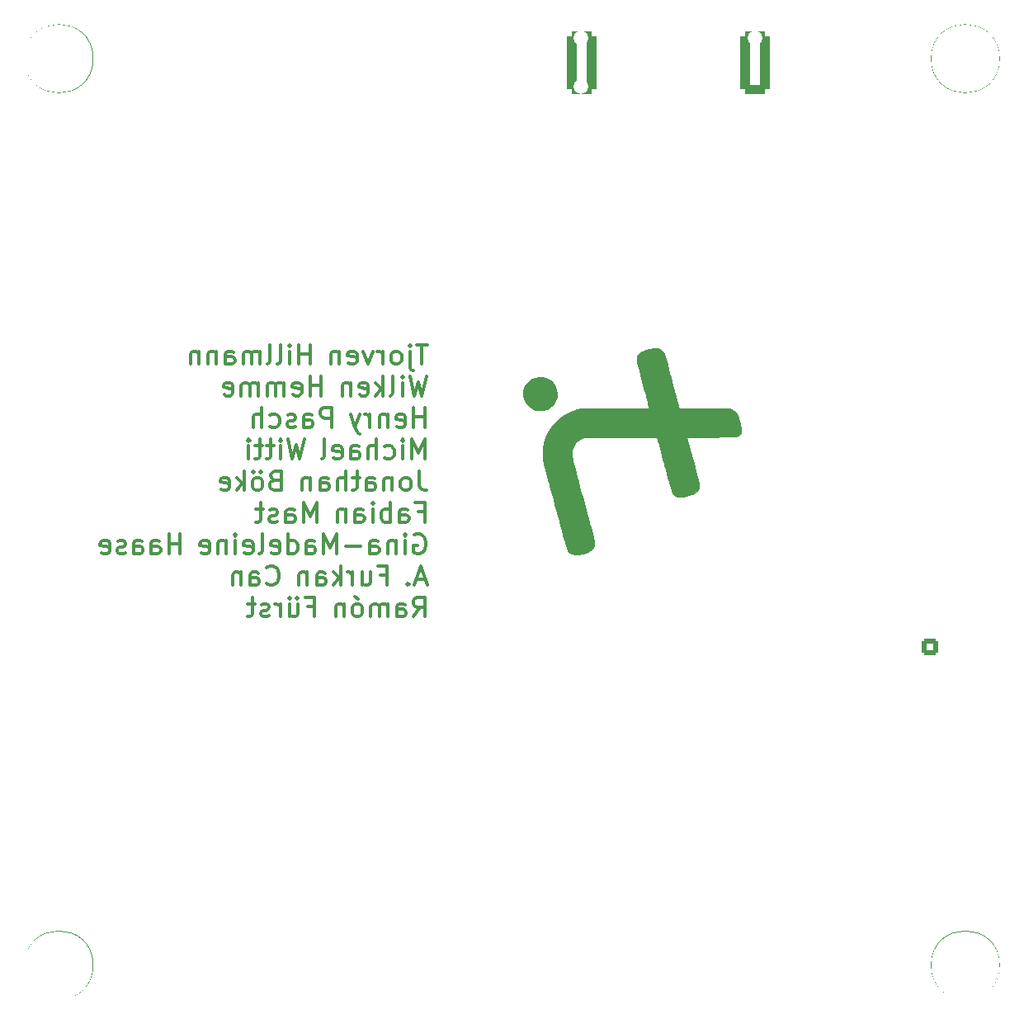
<source format=gbo>
G04 #@! TF.GenerationSoftware,KiCad,Pcbnew,(7.0.0)*
G04 #@! TF.CreationDate,2023-05-12T10:50:58+02:00*
G04 #@! TF.ProjectId,Cell_holder_board,43656c6c-5f68-46f6-9c64-65725f626f61,rev?*
G04 #@! TF.SameCoordinates,Original*
G04 #@! TF.FileFunction,Legend,Bot*
G04 #@! TF.FilePolarity,Positive*
%FSLAX46Y46*%
G04 Gerber Fmt 4.6, Leading zero omitted, Abs format (unit mm)*
G04 Created by KiCad (PCBNEW (7.0.0)) date 2023-05-12 10:50:58*
%MOMM*%
%LPD*%
G01*
G04 APERTURE LIST*
G04 Aperture macros list*
%AMRoundRect*
0 Rectangle with rounded corners*
0 $1 Rounding radius*
0 $2 $3 $4 $5 $6 $7 $8 $9 X,Y pos of 4 corners*
0 Add a 4 corners polygon primitive as box body*
4,1,4,$2,$3,$4,$5,$6,$7,$8,$9,$2,$3,0*
0 Add four circle primitives for the rounded corners*
1,1,$1+$1,$2,$3*
1,1,$1+$1,$4,$5*
1,1,$1+$1,$6,$7*
1,1,$1+$1,$8,$9*
0 Add four rect primitives between the rounded corners*
20,1,$1+$1,$2,$3,$4,$5,0*
20,1,$1+$1,$4,$5,$6,$7,0*
20,1,$1+$1,$6,$7,$8,$9,0*
20,1,$1+$1,$8,$9,$2,$3,0*%
G04 Aperture macros list end*
%ADD10C,0.300000*%
%ADD11C,0.100000*%
%ADD12C,0.010000*%
%ADD13R,1.600000X1.600000*%
%ADD14O,1.600000X1.600000*%
%ADD15C,1.600000*%
%ADD16C,7.000000*%
%ADD17R,2.000000X1.905000*%
%ADD18O,2.000000X1.905000*%
%ADD19R,3.000000X3.000000*%
%ADD20C,3.000000*%
%ADD21C,1.500000*%
%ADD22RoundRect,0.500000X1.000000X2.750000X-1.000000X2.750000X-1.000000X-2.750000X1.000000X-2.750000X0*%
%ADD23C,1.980000*%
%ADD24C,5.325000*%
%ADD25C,3.585000*%
%ADD26RoundRect,0.250000X-0.600000X-0.600000X0.600000X-0.600000X0.600000X0.600000X-0.600000X0.600000X0*%
%ADD27C,1.700000*%
G04 APERTURE END LIST*
D10*
X92809523Y-92344761D02*
X91666666Y-92344761D01*
X92238095Y-94344761D02*
X92238095Y-92344761D01*
X90999999Y-93011428D02*
X90999999Y-94725714D01*
X90999999Y-94725714D02*
X91095237Y-94916190D01*
X91095237Y-94916190D02*
X91285713Y-95011428D01*
X91285713Y-95011428D02*
X91380951Y-95011428D01*
X90999999Y-92344761D02*
X91095237Y-92440000D01*
X91095237Y-92440000D02*
X90999999Y-92535238D01*
X90999999Y-92535238D02*
X90904761Y-92440000D01*
X90904761Y-92440000D02*
X90999999Y-92344761D01*
X90999999Y-92344761D02*
X90999999Y-92535238D01*
X89761904Y-94344761D02*
X89952380Y-94249523D01*
X89952380Y-94249523D02*
X90047618Y-94154285D01*
X90047618Y-94154285D02*
X90142856Y-93963809D01*
X90142856Y-93963809D02*
X90142856Y-93392380D01*
X90142856Y-93392380D02*
X90047618Y-93201904D01*
X90047618Y-93201904D02*
X89952380Y-93106666D01*
X89952380Y-93106666D02*
X89761904Y-93011428D01*
X89761904Y-93011428D02*
X89476189Y-93011428D01*
X89476189Y-93011428D02*
X89285713Y-93106666D01*
X89285713Y-93106666D02*
X89190475Y-93201904D01*
X89190475Y-93201904D02*
X89095237Y-93392380D01*
X89095237Y-93392380D02*
X89095237Y-93963809D01*
X89095237Y-93963809D02*
X89190475Y-94154285D01*
X89190475Y-94154285D02*
X89285713Y-94249523D01*
X89285713Y-94249523D02*
X89476189Y-94344761D01*
X89476189Y-94344761D02*
X89761904Y-94344761D01*
X88238094Y-94344761D02*
X88238094Y-93011428D01*
X88238094Y-93392380D02*
X88142856Y-93201904D01*
X88142856Y-93201904D02*
X88047618Y-93106666D01*
X88047618Y-93106666D02*
X87857142Y-93011428D01*
X87857142Y-93011428D02*
X87666665Y-93011428D01*
X87190475Y-93011428D02*
X86714285Y-94344761D01*
X86714285Y-94344761D02*
X86238094Y-93011428D01*
X84714284Y-94249523D02*
X84904760Y-94344761D01*
X84904760Y-94344761D02*
X85285713Y-94344761D01*
X85285713Y-94344761D02*
X85476189Y-94249523D01*
X85476189Y-94249523D02*
X85571427Y-94059047D01*
X85571427Y-94059047D02*
X85571427Y-93297142D01*
X85571427Y-93297142D02*
X85476189Y-93106666D01*
X85476189Y-93106666D02*
X85285713Y-93011428D01*
X85285713Y-93011428D02*
X84904760Y-93011428D01*
X84904760Y-93011428D02*
X84714284Y-93106666D01*
X84714284Y-93106666D02*
X84619046Y-93297142D01*
X84619046Y-93297142D02*
X84619046Y-93487619D01*
X84619046Y-93487619D02*
X85571427Y-93678095D01*
X83761903Y-93011428D02*
X83761903Y-94344761D01*
X83761903Y-93201904D02*
X83666665Y-93106666D01*
X83666665Y-93106666D02*
X83476189Y-93011428D01*
X83476189Y-93011428D02*
X83190474Y-93011428D01*
X83190474Y-93011428D02*
X82999998Y-93106666D01*
X82999998Y-93106666D02*
X82904760Y-93297142D01*
X82904760Y-93297142D02*
X82904760Y-94344761D01*
X80752379Y-94344761D02*
X80752379Y-92344761D01*
X80752379Y-93297142D02*
X79609522Y-93297142D01*
X79609522Y-94344761D02*
X79609522Y-92344761D01*
X78657141Y-94344761D02*
X78657141Y-93011428D01*
X78657141Y-92344761D02*
X78752379Y-92440000D01*
X78752379Y-92440000D02*
X78657141Y-92535238D01*
X78657141Y-92535238D02*
X78561903Y-92440000D01*
X78561903Y-92440000D02*
X78657141Y-92344761D01*
X78657141Y-92344761D02*
X78657141Y-92535238D01*
X77419046Y-94344761D02*
X77609522Y-94249523D01*
X77609522Y-94249523D02*
X77704760Y-94059047D01*
X77704760Y-94059047D02*
X77704760Y-92344761D01*
X76371427Y-94344761D02*
X76561903Y-94249523D01*
X76561903Y-94249523D02*
X76657141Y-94059047D01*
X76657141Y-94059047D02*
X76657141Y-92344761D01*
X75609522Y-94344761D02*
X75609522Y-93011428D01*
X75609522Y-93201904D02*
X75514284Y-93106666D01*
X75514284Y-93106666D02*
X75323808Y-93011428D01*
X75323808Y-93011428D02*
X75038093Y-93011428D01*
X75038093Y-93011428D02*
X74847617Y-93106666D01*
X74847617Y-93106666D02*
X74752379Y-93297142D01*
X74752379Y-93297142D02*
X74752379Y-94344761D01*
X74752379Y-93297142D02*
X74657141Y-93106666D01*
X74657141Y-93106666D02*
X74466665Y-93011428D01*
X74466665Y-93011428D02*
X74180951Y-93011428D01*
X74180951Y-93011428D02*
X73990474Y-93106666D01*
X73990474Y-93106666D02*
X73895236Y-93297142D01*
X73895236Y-93297142D02*
X73895236Y-94344761D01*
X72085712Y-94344761D02*
X72085712Y-93297142D01*
X72085712Y-93297142D02*
X72180950Y-93106666D01*
X72180950Y-93106666D02*
X72371426Y-93011428D01*
X72371426Y-93011428D02*
X72752379Y-93011428D01*
X72752379Y-93011428D02*
X72942855Y-93106666D01*
X72085712Y-94249523D02*
X72276188Y-94344761D01*
X72276188Y-94344761D02*
X72752379Y-94344761D01*
X72752379Y-94344761D02*
X72942855Y-94249523D01*
X72942855Y-94249523D02*
X73038093Y-94059047D01*
X73038093Y-94059047D02*
X73038093Y-93868571D01*
X73038093Y-93868571D02*
X72942855Y-93678095D01*
X72942855Y-93678095D02*
X72752379Y-93582857D01*
X72752379Y-93582857D02*
X72276188Y-93582857D01*
X72276188Y-93582857D02*
X72085712Y-93487619D01*
X71133331Y-93011428D02*
X71133331Y-94344761D01*
X71133331Y-93201904D02*
X71038093Y-93106666D01*
X71038093Y-93106666D02*
X70847617Y-93011428D01*
X70847617Y-93011428D02*
X70561902Y-93011428D01*
X70561902Y-93011428D02*
X70371426Y-93106666D01*
X70371426Y-93106666D02*
X70276188Y-93297142D01*
X70276188Y-93297142D02*
X70276188Y-94344761D01*
X69323807Y-93011428D02*
X69323807Y-94344761D01*
X69323807Y-93201904D02*
X69228569Y-93106666D01*
X69228569Y-93106666D02*
X69038093Y-93011428D01*
X69038093Y-93011428D02*
X68752378Y-93011428D01*
X68752378Y-93011428D02*
X68561902Y-93106666D01*
X68561902Y-93106666D02*
X68466664Y-93297142D01*
X68466664Y-93297142D02*
X68466664Y-94344761D01*
X92714285Y-95584761D02*
X92238095Y-97584761D01*
X92238095Y-97584761D02*
X91857142Y-96156190D01*
X91857142Y-96156190D02*
X91476190Y-97584761D01*
X91476190Y-97584761D02*
X91000000Y-95584761D01*
X90238095Y-97584761D02*
X90238095Y-96251428D01*
X90238095Y-95584761D02*
X90333333Y-95680000D01*
X90333333Y-95680000D02*
X90238095Y-95775238D01*
X90238095Y-95775238D02*
X90142857Y-95680000D01*
X90142857Y-95680000D02*
X90238095Y-95584761D01*
X90238095Y-95584761D02*
X90238095Y-95775238D01*
X89000000Y-97584761D02*
X89190476Y-97489523D01*
X89190476Y-97489523D02*
X89285714Y-97299047D01*
X89285714Y-97299047D02*
X89285714Y-95584761D01*
X88238095Y-97584761D02*
X88238095Y-95584761D01*
X88047619Y-96822857D02*
X87476190Y-97584761D01*
X87476190Y-96251428D02*
X88238095Y-97013333D01*
X85857142Y-97489523D02*
X86047618Y-97584761D01*
X86047618Y-97584761D02*
X86428571Y-97584761D01*
X86428571Y-97584761D02*
X86619047Y-97489523D01*
X86619047Y-97489523D02*
X86714285Y-97299047D01*
X86714285Y-97299047D02*
X86714285Y-96537142D01*
X86714285Y-96537142D02*
X86619047Y-96346666D01*
X86619047Y-96346666D02*
X86428571Y-96251428D01*
X86428571Y-96251428D02*
X86047618Y-96251428D01*
X86047618Y-96251428D02*
X85857142Y-96346666D01*
X85857142Y-96346666D02*
X85761904Y-96537142D01*
X85761904Y-96537142D02*
X85761904Y-96727619D01*
X85761904Y-96727619D02*
X86714285Y-96918095D01*
X84904761Y-96251428D02*
X84904761Y-97584761D01*
X84904761Y-96441904D02*
X84809523Y-96346666D01*
X84809523Y-96346666D02*
X84619047Y-96251428D01*
X84619047Y-96251428D02*
X84333332Y-96251428D01*
X84333332Y-96251428D02*
X84142856Y-96346666D01*
X84142856Y-96346666D02*
X84047618Y-96537142D01*
X84047618Y-96537142D02*
X84047618Y-97584761D01*
X81895237Y-97584761D02*
X81895237Y-95584761D01*
X81895237Y-96537142D02*
X80752380Y-96537142D01*
X80752380Y-97584761D02*
X80752380Y-95584761D01*
X79038094Y-97489523D02*
X79228570Y-97584761D01*
X79228570Y-97584761D02*
X79609523Y-97584761D01*
X79609523Y-97584761D02*
X79799999Y-97489523D01*
X79799999Y-97489523D02*
X79895237Y-97299047D01*
X79895237Y-97299047D02*
X79895237Y-96537142D01*
X79895237Y-96537142D02*
X79799999Y-96346666D01*
X79799999Y-96346666D02*
X79609523Y-96251428D01*
X79609523Y-96251428D02*
X79228570Y-96251428D01*
X79228570Y-96251428D02*
X79038094Y-96346666D01*
X79038094Y-96346666D02*
X78942856Y-96537142D01*
X78942856Y-96537142D02*
X78942856Y-96727619D01*
X78942856Y-96727619D02*
X79895237Y-96918095D01*
X78085713Y-97584761D02*
X78085713Y-96251428D01*
X78085713Y-96441904D02*
X77990475Y-96346666D01*
X77990475Y-96346666D02*
X77799999Y-96251428D01*
X77799999Y-96251428D02*
X77514284Y-96251428D01*
X77514284Y-96251428D02*
X77323808Y-96346666D01*
X77323808Y-96346666D02*
X77228570Y-96537142D01*
X77228570Y-96537142D02*
X77228570Y-97584761D01*
X77228570Y-96537142D02*
X77133332Y-96346666D01*
X77133332Y-96346666D02*
X76942856Y-96251428D01*
X76942856Y-96251428D02*
X76657142Y-96251428D01*
X76657142Y-96251428D02*
X76466665Y-96346666D01*
X76466665Y-96346666D02*
X76371427Y-96537142D01*
X76371427Y-96537142D02*
X76371427Y-97584761D01*
X75419046Y-97584761D02*
X75419046Y-96251428D01*
X75419046Y-96441904D02*
X75323808Y-96346666D01*
X75323808Y-96346666D02*
X75133332Y-96251428D01*
X75133332Y-96251428D02*
X74847617Y-96251428D01*
X74847617Y-96251428D02*
X74657141Y-96346666D01*
X74657141Y-96346666D02*
X74561903Y-96537142D01*
X74561903Y-96537142D02*
X74561903Y-97584761D01*
X74561903Y-96537142D02*
X74466665Y-96346666D01*
X74466665Y-96346666D02*
X74276189Y-96251428D01*
X74276189Y-96251428D02*
X73990475Y-96251428D01*
X73990475Y-96251428D02*
X73799998Y-96346666D01*
X73799998Y-96346666D02*
X73704760Y-96537142D01*
X73704760Y-96537142D02*
X73704760Y-97584761D01*
X71990474Y-97489523D02*
X72180950Y-97584761D01*
X72180950Y-97584761D02*
X72561903Y-97584761D01*
X72561903Y-97584761D02*
X72752379Y-97489523D01*
X72752379Y-97489523D02*
X72847617Y-97299047D01*
X72847617Y-97299047D02*
X72847617Y-96537142D01*
X72847617Y-96537142D02*
X72752379Y-96346666D01*
X72752379Y-96346666D02*
X72561903Y-96251428D01*
X72561903Y-96251428D02*
X72180950Y-96251428D01*
X72180950Y-96251428D02*
X71990474Y-96346666D01*
X71990474Y-96346666D02*
X71895236Y-96537142D01*
X71895236Y-96537142D02*
X71895236Y-96727619D01*
X71895236Y-96727619D02*
X72847617Y-96918095D01*
X92523809Y-100824761D02*
X92523809Y-98824761D01*
X92523809Y-99777142D02*
X91380952Y-99777142D01*
X91380952Y-100824761D02*
X91380952Y-98824761D01*
X89666666Y-100729523D02*
X89857142Y-100824761D01*
X89857142Y-100824761D02*
X90238095Y-100824761D01*
X90238095Y-100824761D02*
X90428571Y-100729523D01*
X90428571Y-100729523D02*
X90523809Y-100539047D01*
X90523809Y-100539047D02*
X90523809Y-99777142D01*
X90523809Y-99777142D02*
X90428571Y-99586666D01*
X90428571Y-99586666D02*
X90238095Y-99491428D01*
X90238095Y-99491428D02*
X89857142Y-99491428D01*
X89857142Y-99491428D02*
X89666666Y-99586666D01*
X89666666Y-99586666D02*
X89571428Y-99777142D01*
X89571428Y-99777142D02*
X89571428Y-99967619D01*
X89571428Y-99967619D02*
X90523809Y-100158095D01*
X88714285Y-99491428D02*
X88714285Y-100824761D01*
X88714285Y-99681904D02*
X88619047Y-99586666D01*
X88619047Y-99586666D02*
X88428571Y-99491428D01*
X88428571Y-99491428D02*
X88142856Y-99491428D01*
X88142856Y-99491428D02*
X87952380Y-99586666D01*
X87952380Y-99586666D02*
X87857142Y-99777142D01*
X87857142Y-99777142D02*
X87857142Y-100824761D01*
X86904761Y-100824761D02*
X86904761Y-99491428D01*
X86904761Y-99872380D02*
X86809523Y-99681904D01*
X86809523Y-99681904D02*
X86714285Y-99586666D01*
X86714285Y-99586666D02*
X86523809Y-99491428D01*
X86523809Y-99491428D02*
X86333332Y-99491428D01*
X85857142Y-99491428D02*
X85380952Y-100824761D01*
X84904761Y-99491428D02*
X85380952Y-100824761D01*
X85380952Y-100824761D02*
X85571428Y-101300952D01*
X85571428Y-101300952D02*
X85666666Y-101396190D01*
X85666666Y-101396190D02*
X85857142Y-101491428D01*
X82942856Y-100824761D02*
X82942856Y-98824761D01*
X82942856Y-98824761D02*
X82180951Y-98824761D01*
X82180951Y-98824761D02*
X81990475Y-98920000D01*
X81990475Y-98920000D02*
X81895237Y-99015238D01*
X81895237Y-99015238D02*
X81799999Y-99205714D01*
X81799999Y-99205714D02*
X81799999Y-99491428D01*
X81799999Y-99491428D02*
X81895237Y-99681904D01*
X81895237Y-99681904D02*
X81990475Y-99777142D01*
X81990475Y-99777142D02*
X82180951Y-99872380D01*
X82180951Y-99872380D02*
X82942856Y-99872380D01*
X80085713Y-100824761D02*
X80085713Y-99777142D01*
X80085713Y-99777142D02*
X80180951Y-99586666D01*
X80180951Y-99586666D02*
X80371427Y-99491428D01*
X80371427Y-99491428D02*
X80752380Y-99491428D01*
X80752380Y-99491428D02*
X80942856Y-99586666D01*
X80085713Y-100729523D02*
X80276189Y-100824761D01*
X80276189Y-100824761D02*
X80752380Y-100824761D01*
X80752380Y-100824761D02*
X80942856Y-100729523D01*
X80942856Y-100729523D02*
X81038094Y-100539047D01*
X81038094Y-100539047D02*
X81038094Y-100348571D01*
X81038094Y-100348571D02*
X80942856Y-100158095D01*
X80942856Y-100158095D02*
X80752380Y-100062857D01*
X80752380Y-100062857D02*
X80276189Y-100062857D01*
X80276189Y-100062857D02*
X80085713Y-99967619D01*
X79228570Y-100729523D02*
X79038094Y-100824761D01*
X79038094Y-100824761D02*
X78657142Y-100824761D01*
X78657142Y-100824761D02*
X78466665Y-100729523D01*
X78466665Y-100729523D02*
X78371427Y-100539047D01*
X78371427Y-100539047D02*
X78371427Y-100443809D01*
X78371427Y-100443809D02*
X78466665Y-100253333D01*
X78466665Y-100253333D02*
X78657142Y-100158095D01*
X78657142Y-100158095D02*
X78942856Y-100158095D01*
X78942856Y-100158095D02*
X79133332Y-100062857D01*
X79133332Y-100062857D02*
X79228570Y-99872380D01*
X79228570Y-99872380D02*
X79228570Y-99777142D01*
X79228570Y-99777142D02*
X79133332Y-99586666D01*
X79133332Y-99586666D02*
X78942856Y-99491428D01*
X78942856Y-99491428D02*
X78657142Y-99491428D01*
X78657142Y-99491428D02*
X78466665Y-99586666D01*
X76657141Y-100729523D02*
X76847617Y-100824761D01*
X76847617Y-100824761D02*
X77228570Y-100824761D01*
X77228570Y-100824761D02*
X77419046Y-100729523D01*
X77419046Y-100729523D02*
X77514284Y-100634285D01*
X77514284Y-100634285D02*
X77609522Y-100443809D01*
X77609522Y-100443809D02*
X77609522Y-99872380D01*
X77609522Y-99872380D02*
X77514284Y-99681904D01*
X77514284Y-99681904D02*
X77419046Y-99586666D01*
X77419046Y-99586666D02*
X77228570Y-99491428D01*
X77228570Y-99491428D02*
X76847617Y-99491428D01*
X76847617Y-99491428D02*
X76657141Y-99586666D01*
X75799998Y-100824761D02*
X75799998Y-98824761D01*
X74942855Y-100824761D02*
X74942855Y-99777142D01*
X74942855Y-99777142D02*
X75038093Y-99586666D01*
X75038093Y-99586666D02*
X75228569Y-99491428D01*
X75228569Y-99491428D02*
X75514284Y-99491428D01*
X75514284Y-99491428D02*
X75704760Y-99586666D01*
X75704760Y-99586666D02*
X75799998Y-99681904D01*
X92523809Y-104064761D02*
X92523809Y-102064761D01*
X92523809Y-102064761D02*
X91857142Y-103493333D01*
X91857142Y-103493333D02*
X91190476Y-102064761D01*
X91190476Y-102064761D02*
X91190476Y-104064761D01*
X90238095Y-104064761D02*
X90238095Y-102731428D01*
X90238095Y-102064761D02*
X90333333Y-102160000D01*
X90333333Y-102160000D02*
X90238095Y-102255238D01*
X90238095Y-102255238D02*
X90142857Y-102160000D01*
X90142857Y-102160000D02*
X90238095Y-102064761D01*
X90238095Y-102064761D02*
X90238095Y-102255238D01*
X88428571Y-103969523D02*
X88619047Y-104064761D01*
X88619047Y-104064761D02*
X89000000Y-104064761D01*
X89000000Y-104064761D02*
X89190476Y-103969523D01*
X89190476Y-103969523D02*
X89285714Y-103874285D01*
X89285714Y-103874285D02*
X89380952Y-103683809D01*
X89380952Y-103683809D02*
X89380952Y-103112380D01*
X89380952Y-103112380D02*
X89285714Y-102921904D01*
X89285714Y-102921904D02*
X89190476Y-102826666D01*
X89190476Y-102826666D02*
X89000000Y-102731428D01*
X89000000Y-102731428D02*
X88619047Y-102731428D01*
X88619047Y-102731428D02*
X88428571Y-102826666D01*
X87571428Y-104064761D02*
X87571428Y-102064761D01*
X86714285Y-104064761D02*
X86714285Y-103017142D01*
X86714285Y-103017142D02*
X86809523Y-102826666D01*
X86809523Y-102826666D02*
X86999999Y-102731428D01*
X86999999Y-102731428D02*
X87285714Y-102731428D01*
X87285714Y-102731428D02*
X87476190Y-102826666D01*
X87476190Y-102826666D02*
X87571428Y-102921904D01*
X84904761Y-104064761D02*
X84904761Y-103017142D01*
X84904761Y-103017142D02*
X84999999Y-102826666D01*
X84999999Y-102826666D02*
X85190475Y-102731428D01*
X85190475Y-102731428D02*
X85571428Y-102731428D01*
X85571428Y-102731428D02*
X85761904Y-102826666D01*
X84904761Y-103969523D02*
X85095237Y-104064761D01*
X85095237Y-104064761D02*
X85571428Y-104064761D01*
X85571428Y-104064761D02*
X85761904Y-103969523D01*
X85761904Y-103969523D02*
X85857142Y-103779047D01*
X85857142Y-103779047D02*
X85857142Y-103588571D01*
X85857142Y-103588571D02*
X85761904Y-103398095D01*
X85761904Y-103398095D02*
X85571428Y-103302857D01*
X85571428Y-103302857D02*
X85095237Y-103302857D01*
X85095237Y-103302857D02*
X84904761Y-103207619D01*
X83190475Y-103969523D02*
X83380951Y-104064761D01*
X83380951Y-104064761D02*
X83761904Y-104064761D01*
X83761904Y-104064761D02*
X83952380Y-103969523D01*
X83952380Y-103969523D02*
X84047618Y-103779047D01*
X84047618Y-103779047D02*
X84047618Y-103017142D01*
X84047618Y-103017142D02*
X83952380Y-102826666D01*
X83952380Y-102826666D02*
X83761904Y-102731428D01*
X83761904Y-102731428D02*
X83380951Y-102731428D01*
X83380951Y-102731428D02*
X83190475Y-102826666D01*
X83190475Y-102826666D02*
X83095237Y-103017142D01*
X83095237Y-103017142D02*
X83095237Y-103207619D01*
X83095237Y-103207619D02*
X84047618Y-103398095D01*
X81952380Y-104064761D02*
X82142856Y-103969523D01*
X82142856Y-103969523D02*
X82238094Y-103779047D01*
X82238094Y-103779047D02*
X82238094Y-102064761D01*
X80180951Y-102064761D02*
X79704761Y-104064761D01*
X79704761Y-104064761D02*
X79323808Y-102636190D01*
X79323808Y-102636190D02*
X78942856Y-104064761D01*
X78942856Y-104064761D02*
X78466666Y-102064761D01*
X77704761Y-104064761D02*
X77704761Y-102731428D01*
X77704761Y-102064761D02*
X77799999Y-102160000D01*
X77799999Y-102160000D02*
X77704761Y-102255238D01*
X77704761Y-102255238D02*
X77609523Y-102160000D01*
X77609523Y-102160000D02*
X77704761Y-102064761D01*
X77704761Y-102064761D02*
X77704761Y-102255238D01*
X77038094Y-102731428D02*
X76276190Y-102731428D01*
X76752380Y-102064761D02*
X76752380Y-103779047D01*
X76752380Y-103779047D02*
X76657142Y-103969523D01*
X76657142Y-103969523D02*
X76466666Y-104064761D01*
X76466666Y-104064761D02*
X76276190Y-104064761D01*
X75895237Y-102731428D02*
X75133333Y-102731428D01*
X75609523Y-102064761D02*
X75609523Y-103779047D01*
X75609523Y-103779047D02*
X75514285Y-103969523D01*
X75514285Y-103969523D02*
X75323809Y-104064761D01*
X75323809Y-104064761D02*
X75133333Y-104064761D01*
X74466666Y-104064761D02*
X74466666Y-102731428D01*
X74466666Y-102064761D02*
X74561904Y-102160000D01*
X74561904Y-102160000D02*
X74466666Y-102255238D01*
X74466666Y-102255238D02*
X74371428Y-102160000D01*
X74371428Y-102160000D02*
X74466666Y-102064761D01*
X74466666Y-102064761D02*
X74466666Y-102255238D01*
X91952380Y-105304761D02*
X91952380Y-106733333D01*
X91952380Y-106733333D02*
X92047619Y-107019047D01*
X92047619Y-107019047D02*
X92238095Y-107209523D01*
X92238095Y-107209523D02*
X92523809Y-107304761D01*
X92523809Y-107304761D02*
X92714285Y-107304761D01*
X90714285Y-107304761D02*
X90904761Y-107209523D01*
X90904761Y-107209523D02*
X90999999Y-107114285D01*
X90999999Y-107114285D02*
X91095237Y-106923809D01*
X91095237Y-106923809D02*
X91095237Y-106352380D01*
X91095237Y-106352380D02*
X90999999Y-106161904D01*
X90999999Y-106161904D02*
X90904761Y-106066666D01*
X90904761Y-106066666D02*
X90714285Y-105971428D01*
X90714285Y-105971428D02*
X90428570Y-105971428D01*
X90428570Y-105971428D02*
X90238094Y-106066666D01*
X90238094Y-106066666D02*
X90142856Y-106161904D01*
X90142856Y-106161904D02*
X90047618Y-106352380D01*
X90047618Y-106352380D02*
X90047618Y-106923809D01*
X90047618Y-106923809D02*
X90142856Y-107114285D01*
X90142856Y-107114285D02*
X90238094Y-107209523D01*
X90238094Y-107209523D02*
X90428570Y-107304761D01*
X90428570Y-107304761D02*
X90714285Y-107304761D01*
X89190475Y-105971428D02*
X89190475Y-107304761D01*
X89190475Y-106161904D02*
X89095237Y-106066666D01*
X89095237Y-106066666D02*
X88904761Y-105971428D01*
X88904761Y-105971428D02*
X88619046Y-105971428D01*
X88619046Y-105971428D02*
X88428570Y-106066666D01*
X88428570Y-106066666D02*
X88333332Y-106257142D01*
X88333332Y-106257142D02*
X88333332Y-107304761D01*
X86523808Y-107304761D02*
X86523808Y-106257142D01*
X86523808Y-106257142D02*
X86619046Y-106066666D01*
X86619046Y-106066666D02*
X86809522Y-105971428D01*
X86809522Y-105971428D02*
X87190475Y-105971428D01*
X87190475Y-105971428D02*
X87380951Y-106066666D01*
X86523808Y-107209523D02*
X86714284Y-107304761D01*
X86714284Y-107304761D02*
X87190475Y-107304761D01*
X87190475Y-107304761D02*
X87380951Y-107209523D01*
X87380951Y-107209523D02*
X87476189Y-107019047D01*
X87476189Y-107019047D02*
X87476189Y-106828571D01*
X87476189Y-106828571D02*
X87380951Y-106638095D01*
X87380951Y-106638095D02*
X87190475Y-106542857D01*
X87190475Y-106542857D02*
X86714284Y-106542857D01*
X86714284Y-106542857D02*
X86523808Y-106447619D01*
X85857141Y-105971428D02*
X85095237Y-105971428D01*
X85571427Y-105304761D02*
X85571427Y-107019047D01*
X85571427Y-107019047D02*
X85476189Y-107209523D01*
X85476189Y-107209523D02*
X85285713Y-107304761D01*
X85285713Y-107304761D02*
X85095237Y-107304761D01*
X84428570Y-107304761D02*
X84428570Y-105304761D01*
X83571427Y-107304761D02*
X83571427Y-106257142D01*
X83571427Y-106257142D02*
X83666665Y-106066666D01*
X83666665Y-106066666D02*
X83857141Y-105971428D01*
X83857141Y-105971428D02*
X84142856Y-105971428D01*
X84142856Y-105971428D02*
X84333332Y-106066666D01*
X84333332Y-106066666D02*
X84428570Y-106161904D01*
X81761903Y-107304761D02*
X81761903Y-106257142D01*
X81761903Y-106257142D02*
X81857141Y-106066666D01*
X81857141Y-106066666D02*
X82047617Y-105971428D01*
X82047617Y-105971428D02*
X82428570Y-105971428D01*
X82428570Y-105971428D02*
X82619046Y-106066666D01*
X81761903Y-107209523D02*
X81952379Y-107304761D01*
X81952379Y-107304761D02*
X82428570Y-107304761D01*
X82428570Y-107304761D02*
X82619046Y-107209523D01*
X82619046Y-107209523D02*
X82714284Y-107019047D01*
X82714284Y-107019047D02*
X82714284Y-106828571D01*
X82714284Y-106828571D02*
X82619046Y-106638095D01*
X82619046Y-106638095D02*
X82428570Y-106542857D01*
X82428570Y-106542857D02*
X81952379Y-106542857D01*
X81952379Y-106542857D02*
X81761903Y-106447619D01*
X80809522Y-105971428D02*
X80809522Y-107304761D01*
X80809522Y-106161904D02*
X80714284Y-106066666D01*
X80714284Y-106066666D02*
X80523808Y-105971428D01*
X80523808Y-105971428D02*
X80238093Y-105971428D01*
X80238093Y-105971428D02*
X80047617Y-106066666D01*
X80047617Y-106066666D02*
X79952379Y-106257142D01*
X79952379Y-106257142D02*
X79952379Y-107304761D01*
X77133331Y-106257142D02*
X76847617Y-106352380D01*
X76847617Y-106352380D02*
X76752379Y-106447619D01*
X76752379Y-106447619D02*
X76657141Y-106638095D01*
X76657141Y-106638095D02*
X76657141Y-106923809D01*
X76657141Y-106923809D02*
X76752379Y-107114285D01*
X76752379Y-107114285D02*
X76847617Y-107209523D01*
X76847617Y-107209523D02*
X77038093Y-107304761D01*
X77038093Y-107304761D02*
X77799998Y-107304761D01*
X77799998Y-107304761D02*
X77799998Y-105304761D01*
X77799998Y-105304761D02*
X77133331Y-105304761D01*
X77133331Y-105304761D02*
X76942855Y-105400000D01*
X76942855Y-105400000D02*
X76847617Y-105495238D01*
X76847617Y-105495238D02*
X76752379Y-105685714D01*
X76752379Y-105685714D02*
X76752379Y-105876190D01*
X76752379Y-105876190D02*
X76847617Y-106066666D01*
X76847617Y-106066666D02*
X76942855Y-106161904D01*
X76942855Y-106161904D02*
X77133331Y-106257142D01*
X77133331Y-106257142D02*
X77799998Y-106257142D01*
X75514284Y-107304761D02*
X75704760Y-107209523D01*
X75704760Y-107209523D02*
X75799998Y-107114285D01*
X75799998Y-107114285D02*
X75895236Y-106923809D01*
X75895236Y-106923809D02*
X75895236Y-106352380D01*
X75895236Y-106352380D02*
X75799998Y-106161904D01*
X75799998Y-106161904D02*
X75704760Y-106066666D01*
X75704760Y-106066666D02*
X75514284Y-105971428D01*
X75514284Y-105971428D02*
X75228569Y-105971428D01*
X75228569Y-105971428D02*
X75038093Y-106066666D01*
X75038093Y-106066666D02*
X74942855Y-106161904D01*
X74942855Y-106161904D02*
X74847617Y-106352380D01*
X74847617Y-106352380D02*
X74847617Y-106923809D01*
X74847617Y-106923809D02*
X74942855Y-107114285D01*
X74942855Y-107114285D02*
X75038093Y-107209523D01*
X75038093Y-107209523D02*
X75228569Y-107304761D01*
X75228569Y-107304761D02*
X75514284Y-107304761D01*
X75704760Y-105304761D02*
X75609522Y-105400000D01*
X75609522Y-105400000D02*
X75704760Y-105495238D01*
X75704760Y-105495238D02*
X75799998Y-105400000D01*
X75799998Y-105400000D02*
X75704760Y-105304761D01*
X75704760Y-105304761D02*
X75704760Y-105495238D01*
X74942855Y-105304761D02*
X74847617Y-105400000D01*
X74847617Y-105400000D02*
X74942855Y-105495238D01*
X74942855Y-105495238D02*
X75038093Y-105400000D01*
X75038093Y-105400000D02*
X74942855Y-105304761D01*
X74942855Y-105304761D02*
X74942855Y-105495238D01*
X73990474Y-107304761D02*
X73990474Y-105304761D01*
X73799998Y-106542857D02*
X73228569Y-107304761D01*
X73228569Y-105971428D02*
X73990474Y-106733333D01*
X71609521Y-107209523D02*
X71799997Y-107304761D01*
X71799997Y-107304761D02*
X72180950Y-107304761D01*
X72180950Y-107304761D02*
X72371426Y-107209523D01*
X72371426Y-107209523D02*
X72466664Y-107019047D01*
X72466664Y-107019047D02*
X72466664Y-106257142D01*
X72466664Y-106257142D02*
X72371426Y-106066666D01*
X72371426Y-106066666D02*
X72180950Y-105971428D01*
X72180950Y-105971428D02*
X71799997Y-105971428D01*
X71799997Y-105971428D02*
X71609521Y-106066666D01*
X71609521Y-106066666D02*
X71514283Y-106257142D01*
X71514283Y-106257142D02*
X71514283Y-106447619D01*
X71514283Y-106447619D02*
X72466664Y-106638095D01*
X91857142Y-109497142D02*
X92523809Y-109497142D01*
X92523809Y-110544761D02*
X92523809Y-108544761D01*
X92523809Y-108544761D02*
X91571428Y-108544761D01*
X89952380Y-110544761D02*
X89952380Y-109497142D01*
X89952380Y-109497142D02*
X90047618Y-109306666D01*
X90047618Y-109306666D02*
X90238094Y-109211428D01*
X90238094Y-109211428D02*
X90619047Y-109211428D01*
X90619047Y-109211428D02*
X90809523Y-109306666D01*
X89952380Y-110449523D02*
X90142856Y-110544761D01*
X90142856Y-110544761D02*
X90619047Y-110544761D01*
X90619047Y-110544761D02*
X90809523Y-110449523D01*
X90809523Y-110449523D02*
X90904761Y-110259047D01*
X90904761Y-110259047D02*
X90904761Y-110068571D01*
X90904761Y-110068571D02*
X90809523Y-109878095D01*
X90809523Y-109878095D02*
X90619047Y-109782857D01*
X90619047Y-109782857D02*
X90142856Y-109782857D01*
X90142856Y-109782857D02*
X89952380Y-109687619D01*
X88999999Y-110544761D02*
X88999999Y-108544761D01*
X88999999Y-109306666D02*
X88809523Y-109211428D01*
X88809523Y-109211428D02*
X88428570Y-109211428D01*
X88428570Y-109211428D02*
X88238094Y-109306666D01*
X88238094Y-109306666D02*
X88142856Y-109401904D01*
X88142856Y-109401904D02*
X88047618Y-109592380D01*
X88047618Y-109592380D02*
X88047618Y-110163809D01*
X88047618Y-110163809D02*
X88142856Y-110354285D01*
X88142856Y-110354285D02*
X88238094Y-110449523D01*
X88238094Y-110449523D02*
X88428570Y-110544761D01*
X88428570Y-110544761D02*
X88809523Y-110544761D01*
X88809523Y-110544761D02*
X88999999Y-110449523D01*
X87190475Y-110544761D02*
X87190475Y-109211428D01*
X87190475Y-108544761D02*
X87285713Y-108640000D01*
X87285713Y-108640000D02*
X87190475Y-108735238D01*
X87190475Y-108735238D02*
X87095237Y-108640000D01*
X87095237Y-108640000D02*
X87190475Y-108544761D01*
X87190475Y-108544761D02*
X87190475Y-108735238D01*
X85380951Y-110544761D02*
X85380951Y-109497142D01*
X85380951Y-109497142D02*
X85476189Y-109306666D01*
X85476189Y-109306666D02*
X85666665Y-109211428D01*
X85666665Y-109211428D02*
X86047618Y-109211428D01*
X86047618Y-109211428D02*
X86238094Y-109306666D01*
X85380951Y-110449523D02*
X85571427Y-110544761D01*
X85571427Y-110544761D02*
X86047618Y-110544761D01*
X86047618Y-110544761D02*
X86238094Y-110449523D01*
X86238094Y-110449523D02*
X86333332Y-110259047D01*
X86333332Y-110259047D02*
X86333332Y-110068571D01*
X86333332Y-110068571D02*
X86238094Y-109878095D01*
X86238094Y-109878095D02*
X86047618Y-109782857D01*
X86047618Y-109782857D02*
X85571427Y-109782857D01*
X85571427Y-109782857D02*
X85380951Y-109687619D01*
X84428570Y-109211428D02*
X84428570Y-110544761D01*
X84428570Y-109401904D02*
X84333332Y-109306666D01*
X84333332Y-109306666D02*
X84142856Y-109211428D01*
X84142856Y-109211428D02*
X83857141Y-109211428D01*
X83857141Y-109211428D02*
X83666665Y-109306666D01*
X83666665Y-109306666D02*
X83571427Y-109497142D01*
X83571427Y-109497142D02*
X83571427Y-110544761D01*
X81419046Y-110544761D02*
X81419046Y-108544761D01*
X81419046Y-108544761D02*
X80752379Y-109973333D01*
X80752379Y-109973333D02*
X80085713Y-108544761D01*
X80085713Y-108544761D02*
X80085713Y-110544761D01*
X78276189Y-110544761D02*
X78276189Y-109497142D01*
X78276189Y-109497142D02*
X78371427Y-109306666D01*
X78371427Y-109306666D02*
X78561903Y-109211428D01*
X78561903Y-109211428D02*
X78942856Y-109211428D01*
X78942856Y-109211428D02*
X79133332Y-109306666D01*
X78276189Y-110449523D02*
X78466665Y-110544761D01*
X78466665Y-110544761D02*
X78942856Y-110544761D01*
X78942856Y-110544761D02*
X79133332Y-110449523D01*
X79133332Y-110449523D02*
X79228570Y-110259047D01*
X79228570Y-110259047D02*
X79228570Y-110068571D01*
X79228570Y-110068571D02*
X79133332Y-109878095D01*
X79133332Y-109878095D02*
X78942856Y-109782857D01*
X78942856Y-109782857D02*
X78466665Y-109782857D01*
X78466665Y-109782857D02*
X78276189Y-109687619D01*
X77419046Y-110449523D02*
X77228570Y-110544761D01*
X77228570Y-110544761D02*
X76847618Y-110544761D01*
X76847618Y-110544761D02*
X76657141Y-110449523D01*
X76657141Y-110449523D02*
X76561903Y-110259047D01*
X76561903Y-110259047D02*
X76561903Y-110163809D01*
X76561903Y-110163809D02*
X76657141Y-109973333D01*
X76657141Y-109973333D02*
X76847618Y-109878095D01*
X76847618Y-109878095D02*
X77133332Y-109878095D01*
X77133332Y-109878095D02*
X77323808Y-109782857D01*
X77323808Y-109782857D02*
X77419046Y-109592380D01*
X77419046Y-109592380D02*
X77419046Y-109497142D01*
X77419046Y-109497142D02*
X77323808Y-109306666D01*
X77323808Y-109306666D02*
X77133332Y-109211428D01*
X77133332Y-109211428D02*
X76847618Y-109211428D01*
X76847618Y-109211428D02*
X76657141Y-109306666D01*
X75990474Y-109211428D02*
X75228570Y-109211428D01*
X75704760Y-108544761D02*
X75704760Y-110259047D01*
X75704760Y-110259047D02*
X75609522Y-110449523D01*
X75609522Y-110449523D02*
X75419046Y-110544761D01*
X75419046Y-110544761D02*
X75228570Y-110544761D01*
X91476190Y-111880000D02*
X91666666Y-111784761D01*
X91666666Y-111784761D02*
X91952380Y-111784761D01*
X91952380Y-111784761D02*
X92238095Y-111880000D01*
X92238095Y-111880000D02*
X92428571Y-112070476D01*
X92428571Y-112070476D02*
X92523809Y-112260952D01*
X92523809Y-112260952D02*
X92619047Y-112641904D01*
X92619047Y-112641904D02*
X92619047Y-112927619D01*
X92619047Y-112927619D02*
X92523809Y-113308571D01*
X92523809Y-113308571D02*
X92428571Y-113499047D01*
X92428571Y-113499047D02*
X92238095Y-113689523D01*
X92238095Y-113689523D02*
X91952380Y-113784761D01*
X91952380Y-113784761D02*
X91761904Y-113784761D01*
X91761904Y-113784761D02*
X91476190Y-113689523D01*
X91476190Y-113689523D02*
X91380952Y-113594285D01*
X91380952Y-113594285D02*
X91380952Y-112927619D01*
X91380952Y-112927619D02*
X91761904Y-112927619D01*
X90523809Y-113784761D02*
X90523809Y-112451428D01*
X90523809Y-111784761D02*
X90619047Y-111880000D01*
X90619047Y-111880000D02*
X90523809Y-111975238D01*
X90523809Y-111975238D02*
X90428571Y-111880000D01*
X90428571Y-111880000D02*
X90523809Y-111784761D01*
X90523809Y-111784761D02*
X90523809Y-111975238D01*
X89571428Y-112451428D02*
X89571428Y-113784761D01*
X89571428Y-112641904D02*
X89476190Y-112546666D01*
X89476190Y-112546666D02*
X89285714Y-112451428D01*
X89285714Y-112451428D02*
X88999999Y-112451428D01*
X88999999Y-112451428D02*
X88809523Y-112546666D01*
X88809523Y-112546666D02*
X88714285Y-112737142D01*
X88714285Y-112737142D02*
X88714285Y-113784761D01*
X86904761Y-113784761D02*
X86904761Y-112737142D01*
X86904761Y-112737142D02*
X86999999Y-112546666D01*
X86999999Y-112546666D02*
X87190475Y-112451428D01*
X87190475Y-112451428D02*
X87571428Y-112451428D01*
X87571428Y-112451428D02*
X87761904Y-112546666D01*
X86904761Y-113689523D02*
X87095237Y-113784761D01*
X87095237Y-113784761D02*
X87571428Y-113784761D01*
X87571428Y-113784761D02*
X87761904Y-113689523D01*
X87761904Y-113689523D02*
X87857142Y-113499047D01*
X87857142Y-113499047D02*
X87857142Y-113308571D01*
X87857142Y-113308571D02*
X87761904Y-113118095D01*
X87761904Y-113118095D02*
X87571428Y-113022857D01*
X87571428Y-113022857D02*
X87095237Y-113022857D01*
X87095237Y-113022857D02*
X86904761Y-112927619D01*
X85952380Y-113022857D02*
X84428571Y-113022857D01*
X83476190Y-113784761D02*
X83476190Y-111784761D01*
X83476190Y-111784761D02*
X82809523Y-113213333D01*
X82809523Y-113213333D02*
X82142857Y-111784761D01*
X82142857Y-111784761D02*
X82142857Y-113784761D01*
X80333333Y-113784761D02*
X80333333Y-112737142D01*
X80333333Y-112737142D02*
X80428571Y-112546666D01*
X80428571Y-112546666D02*
X80619047Y-112451428D01*
X80619047Y-112451428D02*
X81000000Y-112451428D01*
X81000000Y-112451428D02*
X81190476Y-112546666D01*
X80333333Y-113689523D02*
X80523809Y-113784761D01*
X80523809Y-113784761D02*
X81000000Y-113784761D01*
X81000000Y-113784761D02*
X81190476Y-113689523D01*
X81190476Y-113689523D02*
X81285714Y-113499047D01*
X81285714Y-113499047D02*
X81285714Y-113308571D01*
X81285714Y-113308571D02*
X81190476Y-113118095D01*
X81190476Y-113118095D02*
X81000000Y-113022857D01*
X81000000Y-113022857D02*
X80523809Y-113022857D01*
X80523809Y-113022857D02*
X80333333Y-112927619D01*
X78523809Y-113784761D02*
X78523809Y-111784761D01*
X78523809Y-113689523D02*
X78714285Y-113784761D01*
X78714285Y-113784761D02*
X79095238Y-113784761D01*
X79095238Y-113784761D02*
X79285714Y-113689523D01*
X79285714Y-113689523D02*
X79380952Y-113594285D01*
X79380952Y-113594285D02*
X79476190Y-113403809D01*
X79476190Y-113403809D02*
X79476190Y-112832380D01*
X79476190Y-112832380D02*
X79380952Y-112641904D01*
X79380952Y-112641904D02*
X79285714Y-112546666D01*
X79285714Y-112546666D02*
X79095238Y-112451428D01*
X79095238Y-112451428D02*
X78714285Y-112451428D01*
X78714285Y-112451428D02*
X78523809Y-112546666D01*
X76809523Y-113689523D02*
X76999999Y-113784761D01*
X76999999Y-113784761D02*
X77380952Y-113784761D01*
X77380952Y-113784761D02*
X77571428Y-113689523D01*
X77571428Y-113689523D02*
X77666666Y-113499047D01*
X77666666Y-113499047D02*
X77666666Y-112737142D01*
X77666666Y-112737142D02*
X77571428Y-112546666D01*
X77571428Y-112546666D02*
X77380952Y-112451428D01*
X77380952Y-112451428D02*
X76999999Y-112451428D01*
X76999999Y-112451428D02*
X76809523Y-112546666D01*
X76809523Y-112546666D02*
X76714285Y-112737142D01*
X76714285Y-112737142D02*
X76714285Y-112927619D01*
X76714285Y-112927619D02*
X77666666Y-113118095D01*
X75571428Y-113784761D02*
X75761904Y-113689523D01*
X75761904Y-113689523D02*
X75857142Y-113499047D01*
X75857142Y-113499047D02*
X75857142Y-111784761D01*
X74047618Y-113689523D02*
X74238094Y-113784761D01*
X74238094Y-113784761D02*
X74619047Y-113784761D01*
X74619047Y-113784761D02*
X74809523Y-113689523D01*
X74809523Y-113689523D02*
X74904761Y-113499047D01*
X74904761Y-113499047D02*
X74904761Y-112737142D01*
X74904761Y-112737142D02*
X74809523Y-112546666D01*
X74809523Y-112546666D02*
X74619047Y-112451428D01*
X74619047Y-112451428D02*
X74238094Y-112451428D01*
X74238094Y-112451428D02*
X74047618Y-112546666D01*
X74047618Y-112546666D02*
X73952380Y-112737142D01*
X73952380Y-112737142D02*
X73952380Y-112927619D01*
X73952380Y-112927619D02*
X74904761Y-113118095D01*
X73095237Y-113784761D02*
X73095237Y-112451428D01*
X73095237Y-111784761D02*
X73190475Y-111880000D01*
X73190475Y-111880000D02*
X73095237Y-111975238D01*
X73095237Y-111975238D02*
X72999999Y-111880000D01*
X72999999Y-111880000D02*
X73095237Y-111784761D01*
X73095237Y-111784761D02*
X73095237Y-111975238D01*
X72142856Y-112451428D02*
X72142856Y-113784761D01*
X72142856Y-112641904D02*
X72047618Y-112546666D01*
X72047618Y-112546666D02*
X71857142Y-112451428D01*
X71857142Y-112451428D02*
X71571427Y-112451428D01*
X71571427Y-112451428D02*
X71380951Y-112546666D01*
X71380951Y-112546666D02*
X71285713Y-112737142D01*
X71285713Y-112737142D02*
X71285713Y-113784761D01*
X69571427Y-113689523D02*
X69761903Y-113784761D01*
X69761903Y-113784761D02*
X70142856Y-113784761D01*
X70142856Y-113784761D02*
X70333332Y-113689523D01*
X70333332Y-113689523D02*
X70428570Y-113499047D01*
X70428570Y-113499047D02*
X70428570Y-112737142D01*
X70428570Y-112737142D02*
X70333332Y-112546666D01*
X70333332Y-112546666D02*
X70142856Y-112451428D01*
X70142856Y-112451428D02*
X69761903Y-112451428D01*
X69761903Y-112451428D02*
X69571427Y-112546666D01*
X69571427Y-112546666D02*
X69476189Y-112737142D01*
X69476189Y-112737142D02*
X69476189Y-112927619D01*
X69476189Y-112927619D02*
X70428570Y-113118095D01*
X67419046Y-113784761D02*
X67419046Y-111784761D01*
X67419046Y-112737142D02*
X66276189Y-112737142D01*
X66276189Y-113784761D02*
X66276189Y-111784761D01*
X64466665Y-113784761D02*
X64466665Y-112737142D01*
X64466665Y-112737142D02*
X64561903Y-112546666D01*
X64561903Y-112546666D02*
X64752379Y-112451428D01*
X64752379Y-112451428D02*
X65133332Y-112451428D01*
X65133332Y-112451428D02*
X65323808Y-112546666D01*
X64466665Y-113689523D02*
X64657141Y-113784761D01*
X64657141Y-113784761D02*
X65133332Y-113784761D01*
X65133332Y-113784761D02*
X65323808Y-113689523D01*
X65323808Y-113689523D02*
X65419046Y-113499047D01*
X65419046Y-113499047D02*
X65419046Y-113308571D01*
X65419046Y-113308571D02*
X65323808Y-113118095D01*
X65323808Y-113118095D02*
X65133332Y-113022857D01*
X65133332Y-113022857D02*
X64657141Y-113022857D01*
X64657141Y-113022857D02*
X64466665Y-112927619D01*
X62657141Y-113784761D02*
X62657141Y-112737142D01*
X62657141Y-112737142D02*
X62752379Y-112546666D01*
X62752379Y-112546666D02*
X62942855Y-112451428D01*
X62942855Y-112451428D02*
X63323808Y-112451428D01*
X63323808Y-112451428D02*
X63514284Y-112546666D01*
X62657141Y-113689523D02*
X62847617Y-113784761D01*
X62847617Y-113784761D02*
X63323808Y-113784761D01*
X63323808Y-113784761D02*
X63514284Y-113689523D01*
X63514284Y-113689523D02*
X63609522Y-113499047D01*
X63609522Y-113499047D02*
X63609522Y-113308571D01*
X63609522Y-113308571D02*
X63514284Y-113118095D01*
X63514284Y-113118095D02*
X63323808Y-113022857D01*
X63323808Y-113022857D02*
X62847617Y-113022857D01*
X62847617Y-113022857D02*
X62657141Y-112927619D01*
X61799998Y-113689523D02*
X61609522Y-113784761D01*
X61609522Y-113784761D02*
X61228570Y-113784761D01*
X61228570Y-113784761D02*
X61038093Y-113689523D01*
X61038093Y-113689523D02*
X60942855Y-113499047D01*
X60942855Y-113499047D02*
X60942855Y-113403809D01*
X60942855Y-113403809D02*
X61038093Y-113213333D01*
X61038093Y-113213333D02*
X61228570Y-113118095D01*
X61228570Y-113118095D02*
X61514284Y-113118095D01*
X61514284Y-113118095D02*
X61704760Y-113022857D01*
X61704760Y-113022857D02*
X61799998Y-112832380D01*
X61799998Y-112832380D02*
X61799998Y-112737142D01*
X61799998Y-112737142D02*
X61704760Y-112546666D01*
X61704760Y-112546666D02*
X61514284Y-112451428D01*
X61514284Y-112451428D02*
X61228570Y-112451428D01*
X61228570Y-112451428D02*
X61038093Y-112546666D01*
X59323807Y-113689523D02*
X59514283Y-113784761D01*
X59514283Y-113784761D02*
X59895236Y-113784761D01*
X59895236Y-113784761D02*
X60085712Y-113689523D01*
X60085712Y-113689523D02*
X60180950Y-113499047D01*
X60180950Y-113499047D02*
X60180950Y-112737142D01*
X60180950Y-112737142D02*
X60085712Y-112546666D01*
X60085712Y-112546666D02*
X59895236Y-112451428D01*
X59895236Y-112451428D02*
X59514283Y-112451428D01*
X59514283Y-112451428D02*
X59323807Y-112546666D01*
X59323807Y-112546666D02*
X59228569Y-112737142D01*
X59228569Y-112737142D02*
X59228569Y-112927619D01*
X59228569Y-112927619D02*
X60180950Y-113118095D01*
X92619047Y-116453333D02*
X91666666Y-116453333D01*
X92809523Y-117024761D02*
X92142857Y-115024761D01*
X92142857Y-115024761D02*
X91476190Y-117024761D01*
X90809523Y-116834285D02*
X90714285Y-116929523D01*
X90714285Y-116929523D02*
X90809523Y-117024761D01*
X90809523Y-117024761D02*
X90904761Y-116929523D01*
X90904761Y-116929523D02*
X90809523Y-116834285D01*
X90809523Y-116834285D02*
X90809523Y-117024761D01*
X87990475Y-115977142D02*
X88657142Y-115977142D01*
X88657142Y-117024761D02*
X88657142Y-115024761D01*
X88657142Y-115024761D02*
X87704761Y-115024761D01*
X86085713Y-115691428D02*
X86085713Y-117024761D01*
X86942856Y-115691428D02*
X86942856Y-116739047D01*
X86942856Y-116739047D02*
X86847618Y-116929523D01*
X86847618Y-116929523D02*
X86657142Y-117024761D01*
X86657142Y-117024761D02*
X86371427Y-117024761D01*
X86371427Y-117024761D02*
X86180951Y-116929523D01*
X86180951Y-116929523D02*
X86085713Y-116834285D01*
X85133332Y-117024761D02*
X85133332Y-115691428D01*
X85133332Y-116072380D02*
X85038094Y-115881904D01*
X85038094Y-115881904D02*
X84942856Y-115786666D01*
X84942856Y-115786666D02*
X84752380Y-115691428D01*
X84752380Y-115691428D02*
X84561903Y-115691428D01*
X83895237Y-117024761D02*
X83895237Y-115024761D01*
X83704761Y-116262857D02*
X83133332Y-117024761D01*
X83133332Y-115691428D02*
X83895237Y-116453333D01*
X81419046Y-117024761D02*
X81419046Y-115977142D01*
X81419046Y-115977142D02*
X81514284Y-115786666D01*
X81514284Y-115786666D02*
X81704760Y-115691428D01*
X81704760Y-115691428D02*
X82085713Y-115691428D01*
X82085713Y-115691428D02*
X82276189Y-115786666D01*
X81419046Y-116929523D02*
X81609522Y-117024761D01*
X81609522Y-117024761D02*
X82085713Y-117024761D01*
X82085713Y-117024761D02*
X82276189Y-116929523D01*
X82276189Y-116929523D02*
X82371427Y-116739047D01*
X82371427Y-116739047D02*
X82371427Y-116548571D01*
X82371427Y-116548571D02*
X82276189Y-116358095D01*
X82276189Y-116358095D02*
X82085713Y-116262857D01*
X82085713Y-116262857D02*
X81609522Y-116262857D01*
X81609522Y-116262857D02*
X81419046Y-116167619D01*
X80466665Y-115691428D02*
X80466665Y-117024761D01*
X80466665Y-115881904D02*
X80371427Y-115786666D01*
X80371427Y-115786666D02*
X80180951Y-115691428D01*
X80180951Y-115691428D02*
X79895236Y-115691428D01*
X79895236Y-115691428D02*
X79704760Y-115786666D01*
X79704760Y-115786666D02*
X79609522Y-115977142D01*
X79609522Y-115977142D02*
X79609522Y-117024761D01*
X76314284Y-116834285D02*
X76409522Y-116929523D01*
X76409522Y-116929523D02*
X76695236Y-117024761D01*
X76695236Y-117024761D02*
X76885712Y-117024761D01*
X76885712Y-117024761D02*
X77171427Y-116929523D01*
X77171427Y-116929523D02*
X77361903Y-116739047D01*
X77361903Y-116739047D02*
X77457141Y-116548571D01*
X77457141Y-116548571D02*
X77552379Y-116167619D01*
X77552379Y-116167619D02*
X77552379Y-115881904D01*
X77552379Y-115881904D02*
X77457141Y-115500952D01*
X77457141Y-115500952D02*
X77361903Y-115310476D01*
X77361903Y-115310476D02*
X77171427Y-115120000D01*
X77171427Y-115120000D02*
X76885712Y-115024761D01*
X76885712Y-115024761D02*
X76695236Y-115024761D01*
X76695236Y-115024761D02*
X76409522Y-115120000D01*
X76409522Y-115120000D02*
X76314284Y-115215238D01*
X74599998Y-117024761D02*
X74599998Y-115977142D01*
X74599998Y-115977142D02*
X74695236Y-115786666D01*
X74695236Y-115786666D02*
X74885712Y-115691428D01*
X74885712Y-115691428D02*
X75266665Y-115691428D01*
X75266665Y-115691428D02*
X75457141Y-115786666D01*
X74599998Y-116929523D02*
X74790474Y-117024761D01*
X74790474Y-117024761D02*
X75266665Y-117024761D01*
X75266665Y-117024761D02*
X75457141Y-116929523D01*
X75457141Y-116929523D02*
X75552379Y-116739047D01*
X75552379Y-116739047D02*
X75552379Y-116548571D01*
X75552379Y-116548571D02*
X75457141Y-116358095D01*
X75457141Y-116358095D02*
X75266665Y-116262857D01*
X75266665Y-116262857D02*
X74790474Y-116262857D01*
X74790474Y-116262857D02*
X74599998Y-116167619D01*
X73647617Y-115691428D02*
X73647617Y-117024761D01*
X73647617Y-115881904D02*
X73552379Y-115786666D01*
X73552379Y-115786666D02*
X73361903Y-115691428D01*
X73361903Y-115691428D02*
X73076188Y-115691428D01*
X73076188Y-115691428D02*
X72885712Y-115786666D01*
X72885712Y-115786666D02*
X72790474Y-115977142D01*
X72790474Y-115977142D02*
X72790474Y-117024761D01*
X91380952Y-120264761D02*
X92047619Y-119312380D01*
X92523809Y-120264761D02*
X92523809Y-118264761D01*
X92523809Y-118264761D02*
X91761904Y-118264761D01*
X91761904Y-118264761D02*
X91571428Y-118360000D01*
X91571428Y-118360000D02*
X91476190Y-118455238D01*
X91476190Y-118455238D02*
X91380952Y-118645714D01*
X91380952Y-118645714D02*
X91380952Y-118931428D01*
X91380952Y-118931428D02*
X91476190Y-119121904D01*
X91476190Y-119121904D02*
X91571428Y-119217142D01*
X91571428Y-119217142D02*
X91761904Y-119312380D01*
X91761904Y-119312380D02*
X92523809Y-119312380D01*
X89666666Y-120264761D02*
X89666666Y-119217142D01*
X89666666Y-119217142D02*
X89761904Y-119026666D01*
X89761904Y-119026666D02*
X89952380Y-118931428D01*
X89952380Y-118931428D02*
X90333333Y-118931428D01*
X90333333Y-118931428D02*
X90523809Y-119026666D01*
X89666666Y-120169523D02*
X89857142Y-120264761D01*
X89857142Y-120264761D02*
X90333333Y-120264761D01*
X90333333Y-120264761D02*
X90523809Y-120169523D01*
X90523809Y-120169523D02*
X90619047Y-119979047D01*
X90619047Y-119979047D02*
X90619047Y-119788571D01*
X90619047Y-119788571D02*
X90523809Y-119598095D01*
X90523809Y-119598095D02*
X90333333Y-119502857D01*
X90333333Y-119502857D02*
X89857142Y-119502857D01*
X89857142Y-119502857D02*
X89666666Y-119407619D01*
X88714285Y-120264761D02*
X88714285Y-118931428D01*
X88714285Y-119121904D02*
X88619047Y-119026666D01*
X88619047Y-119026666D02*
X88428571Y-118931428D01*
X88428571Y-118931428D02*
X88142856Y-118931428D01*
X88142856Y-118931428D02*
X87952380Y-119026666D01*
X87952380Y-119026666D02*
X87857142Y-119217142D01*
X87857142Y-119217142D02*
X87857142Y-120264761D01*
X87857142Y-119217142D02*
X87761904Y-119026666D01*
X87761904Y-119026666D02*
X87571428Y-118931428D01*
X87571428Y-118931428D02*
X87285714Y-118931428D01*
X87285714Y-118931428D02*
X87095237Y-119026666D01*
X87095237Y-119026666D02*
X86999999Y-119217142D01*
X86999999Y-119217142D02*
X86999999Y-120264761D01*
X85761904Y-120264761D02*
X85952380Y-120169523D01*
X85952380Y-120169523D02*
X86047618Y-120074285D01*
X86047618Y-120074285D02*
X86142856Y-119883809D01*
X86142856Y-119883809D02*
X86142856Y-119312380D01*
X86142856Y-119312380D02*
X86047618Y-119121904D01*
X86047618Y-119121904D02*
X85952380Y-119026666D01*
X85952380Y-119026666D02*
X85761904Y-118931428D01*
X85761904Y-118931428D02*
X85476189Y-118931428D01*
X85476189Y-118931428D02*
X85285713Y-119026666D01*
X85285713Y-119026666D02*
X85190475Y-119121904D01*
X85190475Y-119121904D02*
X85095237Y-119312380D01*
X85095237Y-119312380D02*
X85095237Y-119883809D01*
X85095237Y-119883809D02*
X85190475Y-120074285D01*
X85190475Y-120074285D02*
X85285713Y-120169523D01*
X85285713Y-120169523D02*
X85476189Y-120264761D01*
X85476189Y-120264761D02*
X85761904Y-120264761D01*
X85380951Y-118169523D02*
X85666666Y-118455238D01*
X84238094Y-118931428D02*
X84238094Y-120264761D01*
X84238094Y-119121904D02*
X84142856Y-119026666D01*
X84142856Y-119026666D02*
X83952380Y-118931428D01*
X83952380Y-118931428D02*
X83666665Y-118931428D01*
X83666665Y-118931428D02*
X83476189Y-119026666D01*
X83476189Y-119026666D02*
X83380951Y-119217142D01*
X83380951Y-119217142D02*
X83380951Y-120264761D01*
X80561903Y-119217142D02*
X81228570Y-119217142D01*
X81228570Y-120264761D02*
X81228570Y-118264761D01*
X81228570Y-118264761D02*
X80276189Y-118264761D01*
X78657141Y-118931428D02*
X78657141Y-120264761D01*
X79514284Y-118931428D02*
X79514284Y-119979047D01*
X79514284Y-119979047D02*
X79419046Y-120169523D01*
X79419046Y-120169523D02*
X79228570Y-120264761D01*
X79228570Y-120264761D02*
X78942855Y-120264761D01*
X78942855Y-120264761D02*
X78752379Y-120169523D01*
X78752379Y-120169523D02*
X78657141Y-120074285D01*
X79419046Y-118264761D02*
X79323808Y-118360000D01*
X79323808Y-118360000D02*
X79419046Y-118455238D01*
X79419046Y-118455238D02*
X79514284Y-118360000D01*
X79514284Y-118360000D02*
X79419046Y-118264761D01*
X79419046Y-118264761D02*
X79419046Y-118455238D01*
X78657141Y-118264761D02*
X78561903Y-118360000D01*
X78561903Y-118360000D02*
X78657141Y-118455238D01*
X78657141Y-118455238D02*
X78752379Y-118360000D01*
X78752379Y-118360000D02*
X78657141Y-118264761D01*
X78657141Y-118264761D02*
X78657141Y-118455238D01*
X77704760Y-120264761D02*
X77704760Y-118931428D01*
X77704760Y-119312380D02*
X77609522Y-119121904D01*
X77609522Y-119121904D02*
X77514284Y-119026666D01*
X77514284Y-119026666D02*
X77323808Y-118931428D01*
X77323808Y-118931428D02*
X77133331Y-118931428D01*
X76561903Y-120169523D02*
X76371427Y-120264761D01*
X76371427Y-120264761D02*
X75990475Y-120264761D01*
X75990475Y-120264761D02*
X75799998Y-120169523D01*
X75799998Y-120169523D02*
X75704760Y-119979047D01*
X75704760Y-119979047D02*
X75704760Y-119883809D01*
X75704760Y-119883809D02*
X75799998Y-119693333D01*
X75799998Y-119693333D02*
X75990475Y-119598095D01*
X75990475Y-119598095D02*
X76276189Y-119598095D01*
X76276189Y-119598095D02*
X76466665Y-119502857D01*
X76466665Y-119502857D02*
X76561903Y-119312380D01*
X76561903Y-119312380D02*
X76561903Y-119217142D01*
X76561903Y-119217142D02*
X76466665Y-119026666D01*
X76466665Y-119026666D02*
X76276189Y-118931428D01*
X76276189Y-118931428D02*
X75990475Y-118931428D01*
X75990475Y-118931428D02*
X75799998Y-119026666D01*
X75133331Y-118931428D02*
X74371427Y-118931428D01*
X74847617Y-118264761D02*
X74847617Y-119979047D01*
X74847617Y-119979047D02*
X74752379Y-120169523D01*
X74752379Y-120169523D02*
X74561903Y-120264761D01*
X74561903Y-120264761D02*
X74371427Y-120264761D01*
D11*
X151500000Y-156000000D02*
G75*
G03*
X151500000Y-156000000I-3500000J0D01*
G01*
X151500000Y-63000000D02*
G75*
G03*
X151500000Y-63000000I-3500000J0D01*
G01*
X58500000Y-63000000D02*
G75*
G03*
X58500000Y-63000000I-3500000J0D01*
G01*
X58500000Y-156000000D02*
G75*
G03*
X58500000Y-156000000I-3500000J0D01*
G01*
G36*
X104566214Y-95664137D02*
G01*
X104913482Y-95745128D01*
X105244720Y-95901221D01*
X105549233Y-96132555D01*
X105753343Y-96359984D01*
X105938875Y-96672394D01*
X106051880Y-97010895D01*
X106091316Y-97364138D01*
X106056137Y-97720773D01*
X105945300Y-98069453D01*
X105757761Y-98398827D01*
X105755377Y-98402131D01*
X105659979Y-98513740D01*
X105530595Y-98639647D01*
X105385703Y-98764733D01*
X105243782Y-98873877D01*
X105123308Y-98951962D01*
X105042760Y-98983868D01*
X105018002Y-98988875D01*
X104929049Y-99012013D01*
X104804167Y-99047242D01*
X104565096Y-99094716D01*
X104222827Y-99095129D01*
X103883237Y-99024626D01*
X103560486Y-98889583D01*
X103268737Y-98696373D01*
X103022150Y-98451369D01*
X102834888Y-98160945D01*
X102719953Y-97871123D01*
X102648619Y-97503123D01*
X102657421Y-97139403D01*
X102744936Y-96788978D01*
X102909739Y-96460863D01*
X103150406Y-96164072D01*
X103230721Y-96088373D01*
X103535167Y-95870365D01*
X103866362Y-95726896D01*
X104213608Y-95658106D01*
X104566214Y-95664137D01*
G37*
D12*
X104566214Y-95664137D02*
X104913482Y-95745128D01*
X105244720Y-95901221D01*
X105549233Y-96132555D01*
X105753343Y-96359984D01*
X105938875Y-96672394D01*
X106051880Y-97010895D01*
X106091316Y-97364138D01*
X106056137Y-97720773D01*
X105945300Y-98069453D01*
X105757761Y-98398827D01*
X105755377Y-98402131D01*
X105659979Y-98513740D01*
X105530595Y-98639647D01*
X105385703Y-98764733D01*
X105243782Y-98873877D01*
X105123308Y-98951962D01*
X105042760Y-98983868D01*
X105018002Y-98988875D01*
X104929049Y-99012013D01*
X104804167Y-99047242D01*
X104565096Y-99094716D01*
X104222827Y-99095129D01*
X103883237Y-99024626D01*
X103560486Y-98889583D01*
X103268737Y-98696373D01*
X103022150Y-98451369D01*
X102834888Y-98160945D01*
X102719953Y-97871123D01*
X102648619Y-97503123D01*
X102657421Y-97139403D01*
X102744936Y-96788978D01*
X102909739Y-96460863D01*
X103150406Y-96164072D01*
X103230721Y-96088373D01*
X103535167Y-95870365D01*
X103866362Y-95726896D01*
X104213608Y-95658106D01*
X104566214Y-95664137D01*
G36*
X116248753Y-92675140D02*
G01*
X116513770Y-92725622D01*
X116753607Y-92846525D01*
X116951218Y-93026594D01*
X117089555Y-93254575D01*
X117096109Y-93272210D01*
X117128470Y-93374784D01*
X117179566Y-93549177D01*
X117247341Y-93787942D01*
X117329745Y-94083631D01*
X117424722Y-94428798D01*
X117530221Y-94815996D01*
X117644187Y-95237777D01*
X117764568Y-95686695D01*
X117889311Y-96155302D01*
X118604834Y-98853105D01*
X121187167Y-98864636D01*
X123769500Y-98876166D01*
X123980063Y-98979781D01*
X124137460Y-99073235D01*
X124343941Y-99241704D01*
X124519072Y-99435454D01*
X124637929Y-99629854D01*
X124685929Y-99757190D01*
X124743983Y-99939778D01*
X124806854Y-100157734D01*
X124869536Y-100391695D01*
X124927019Y-100622294D01*
X124974296Y-100830168D01*
X125006359Y-100995951D01*
X125018199Y-101100280D01*
X125007258Y-101209733D01*
X124936410Y-101410916D01*
X124814426Y-101587404D01*
X124658500Y-101710047D01*
X124621840Y-101727720D01*
X124580400Y-101743275D01*
X124528416Y-101756478D01*
X124459151Y-101767598D01*
X124365867Y-101776904D01*
X124241824Y-101784665D01*
X124080284Y-101791150D01*
X123874510Y-101796628D01*
X123617763Y-101801369D01*
X123303304Y-101805640D01*
X122924396Y-101809712D01*
X122474300Y-101813853D01*
X121946278Y-101818333D01*
X119403389Y-101839500D01*
X119986345Y-103998500D01*
X120110274Y-104457364D01*
X120236738Y-104925693D01*
X120344017Y-105323716D01*
X120433601Y-105657628D01*
X120506978Y-105933623D01*
X120565640Y-106157893D01*
X120611075Y-106336634D01*
X120644773Y-106476038D01*
X120668225Y-106582300D01*
X120682920Y-106661614D01*
X120690348Y-106720173D01*
X120691998Y-106764171D01*
X120689360Y-106799803D01*
X120683924Y-106833261D01*
X120677180Y-106870740D01*
X120654650Y-106975234D01*
X120545195Y-107239224D01*
X120373792Y-107457194D01*
X120150000Y-107615636D01*
X120124256Y-107627210D01*
X120005128Y-107670390D01*
X119830012Y-107725699D01*
X119618132Y-107787242D01*
X119388716Y-107849121D01*
X119364568Y-107855375D01*
X119129465Y-107915091D01*
X118957346Y-107954807D01*
X118831064Y-107976782D01*
X118733471Y-107983277D01*
X118647419Y-107976549D01*
X118555759Y-107958858D01*
X118469878Y-107935482D01*
X118238941Y-107830173D01*
X118045254Y-107680216D01*
X117912129Y-107502150D01*
X117907972Y-107492843D01*
X117878003Y-107405957D01*
X117828906Y-107246443D01*
X117762773Y-107021704D01*
X117681696Y-106739145D01*
X117587768Y-106406168D01*
X117483081Y-106030178D01*
X117369728Y-105618579D01*
X117249799Y-105178773D01*
X117125389Y-104718166D01*
X117093464Y-104599430D01*
X116971021Y-104144480D01*
X116854648Y-103712762D01*
X116746329Y-103311592D01*
X116648047Y-102948290D01*
X116561786Y-102630173D01*
X116489530Y-102364560D01*
X116433263Y-102158767D01*
X116394967Y-102020113D01*
X116376627Y-101955916D01*
X116333434Y-101818333D01*
X112682568Y-101818333D01*
X112398268Y-101818313D01*
X111771357Y-101818235D01*
X111221148Y-101818426D01*
X110742011Y-101819273D01*
X110328320Y-101821164D01*
X109974447Y-101824486D01*
X109674764Y-101829628D01*
X109423643Y-101836978D01*
X109215458Y-101846923D01*
X109044579Y-101859851D01*
X108905380Y-101876149D01*
X108792234Y-101896206D01*
X108699511Y-101920408D01*
X108621585Y-101949145D01*
X108552828Y-101982804D01*
X108487612Y-102021772D01*
X108420310Y-102066437D01*
X108345294Y-102117188D01*
X108205091Y-102220101D01*
X107943823Y-102482059D01*
X107755759Y-102786147D01*
X107642100Y-103130103D01*
X107604048Y-103511666D01*
X107604517Y-103554860D01*
X107607316Y-103617924D01*
X107613734Y-103688209D01*
X107625015Y-103770679D01*
X107642399Y-103870300D01*
X107667128Y-103992035D01*
X107700443Y-104140850D01*
X107743585Y-104321710D01*
X107797796Y-104539580D01*
X107864318Y-104799424D01*
X107944390Y-105106208D01*
X108039255Y-105464895D01*
X108150155Y-105880452D01*
X108278329Y-106357843D01*
X108425021Y-106902032D01*
X108591470Y-107517985D01*
X108778919Y-108210666D01*
X108797190Y-108278149D01*
X108987577Y-108981190D01*
X109157105Y-109607671D01*
X109306763Y-110162377D01*
X109437538Y-110650090D01*
X109550418Y-111075595D01*
X109646390Y-111443675D01*
X109726441Y-111759113D01*
X109791560Y-112026695D01*
X109842734Y-112251203D01*
X109880950Y-112437421D01*
X109907197Y-112590134D01*
X109922461Y-112714123D01*
X109927731Y-112814175D01*
X109923994Y-112895071D01*
X109912237Y-112961597D01*
X109893448Y-113018535D01*
X109868616Y-113070670D01*
X109838727Y-113122784D01*
X109804768Y-113179663D01*
X109733784Y-113286550D01*
X109629195Y-113398969D01*
X109494472Y-113494952D01*
X109316260Y-113582027D01*
X109081203Y-113667721D01*
X108775947Y-113759563D01*
X108618338Y-113803185D01*
X108391464Y-113860443D01*
X108216119Y-113894848D01*
X108074148Y-113909656D01*
X107947401Y-113908122D01*
X107865984Y-113899166D01*
X107608354Y-113825206D01*
X107385505Y-113691904D01*
X107218194Y-113510576D01*
X107207047Y-113491529D01*
X107155730Y-113372541D01*
X107087574Y-113177694D01*
X107004232Y-112912188D01*
X106907355Y-112581224D01*
X106798597Y-112190000D01*
X106796537Y-112182426D01*
X106701110Y-111831435D01*
X106588487Y-111416877D01*
X106461696Y-110949926D01*
X106323769Y-110441759D01*
X106177734Y-109903548D01*
X106026623Y-109346470D01*
X105873465Y-108781698D01*
X105721290Y-108220409D01*
X105573129Y-107673776D01*
X105432011Y-107152975D01*
X105300967Y-106669181D01*
X105183027Y-106233568D01*
X105081220Y-105857311D01*
X104998578Y-105551585D01*
X104992485Y-105529026D01*
X104893726Y-105160658D01*
X104815406Y-104859645D01*
X104755188Y-104612572D01*
X104710732Y-104406025D01*
X104679703Y-104226589D01*
X104659762Y-104060849D01*
X104648571Y-103895392D01*
X104643794Y-103716802D01*
X104643091Y-103511666D01*
X104662769Y-103066850D01*
X104756343Y-102457183D01*
X104927520Y-101881029D01*
X105176965Y-101336729D01*
X105505340Y-100822622D01*
X105913312Y-100337048D01*
X105989990Y-100257928D01*
X106468740Y-99831459D01*
X106988388Y-99478976D01*
X107550821Y-99199348D01*
X108157926Y-98991443D01*
X108571834Y-98878176D01*
X115543920Y-98851310D01*
X115515682Y-98736738D01*
X115510022Y-98714633D01*
X115483605Y-98613814D01*
X115438589Y-98443225D01*
X115377083Y-98210813D01*
X115301195Y-97924530D01*
X115213032Y-97592325D01*
X115114702Y-97222146D01*
X115008313Y-96821943D01*
X114895974Y-96399666D01*
X114839824Y-96188317D01*
X114730049Y-95772987D01*
X114627453Y-95382033D01*
X114534144Y-95023655D01*
X114452232Y-94706053D01*
X114383824Y-94437426D01*
X114331031Y-94225974D01*
X114295960Y-94079897D01*
X114280722Y-94007395D01*
X114274745Y-93872986D01*
X114319231Y-93629866D01*
X114423567Y-93397780D01*
X114575822Y-93200108D01*
X114764063Y-93060233D01*
X114767907Y-93058300D01*
X114883532Y-93011460D01*
X115057265Y-92953721D01*
X115269299Y-92890369D01*
X115499824Y-92826686D01*
X115729034Y-92767957D01*
X115937121Y-92719466D01*
X116104276Y-92686497D01*
X116210692Y-92674333D01*
X116248753Y-92675140D01*
G37*
X116248753Y-92675140D02*
X116513770Y-92725622D01*
X116753607Y-92846525D01*
X116951218Y-93026594D01*
X117089555Y-93254575D01*
X117096109Y-93272210D01*
X117128470Y-93374784D01*
X117179566Y-93549177D01*
X117247341Y-93787942D01*
X117329745Y-94083631D01*
X117424722Y-94428798D01*
X117530221Y-94815996D01*
X117644187Y-95237777D01*
X117764568Y-95686695D01*
X117889311Y-96155302D01*
X118604834Y-98853105D01*
X121187167Y-98864636D01*
X123769500Y-98876166D01*
X123980063Y-98979781D01*
X124137460Y-99073235D01*
X124343941Y-99241704D01*
X124519072Y-99435454D01*
X124637929Y-99629854D01*
X124685929Y-99757190D01*
X124743983Y-99939778D01*
X124806854Y-100157734D01*
X124869536Y-100391695D01*
X124927019Y-100622294D01*
X124974296Y-100830168D01*
X125006359Y-100995951D01*
X125018199Y-101100280D01*
X125007258Y-101209733D01*
X124936410Y-101410916D01*
X124814426Y-101587404D01*
X124658500Y-101710047D01*
X124621840Y-101727720D01*
X124580400Y-101743275D01*
X124528416Y-101756478D01*
X124459151Y-101767598D01*
X124365867Y-101776904D01*
X124241824Y-101784665D01*
X124080284Y-101791150D01*
X123874510Y-101796628D01*
X123617763Y-101801369D01*
X123303304Y-101805640D01*
X122924396Y-101809712D01*
X122474300Y-101813853D01*
X121946278Y-101818333D01*
X119403389Y-101839500D01*
X119986345Y-103998500D01*
X120110274Y-104457364D01*
X120236738Y-104925693D01*
X120344017Y-105323716D01*
X120433601Y-105657628D01*
X120506978Y-105933623D01*
X120565640Y-106157893D01*
X120611075Y-106336634D01*
X120644773Y-106476038D01*
X120668225Y-106582300D01*
X120682920Y-106661614D01*
X120690348Y-106720173D01*
X120691998Y-106764171D01*
X120689360Y-106799803D01*
X120683924Y-106833261D01*
X120677180Y-106870740D01*
X120654650Y-106975234D01*
X120545195Y-107239224D01*
X120373792Y-107457194D01*
X120150000Y-107615636D01*
X120124256Y-107627210D01*
X120005128Y-107670390D01*
X119830012Y-107725699D01*
X119618132Y-107787242D01*
X119388716Y-107849121D01*
X119364568Y-107855375D01*
X119129465Y-107915091D01*
X118957346Y-107954807D01*
X118831064Y-107976782D01*
X118733471Y-107983277D01*
X118647419Y-107976549D01*
X118555759Y-107958858D01*
X118469878Y-107935482D01*
X118238941Y-107830173D01*
X118045254Y-107680216D01*
X117912129Y-107502150D01*
X117907972Y-107492843D01*
X117878003Y-107405957D01*
X117828906Y-107246443D01*
X117762773Y-107021704D01*
X117681696Y-106739145D01*
X117587768Y-106406168D01*
X117483081Y-106030178D01*
X117369728Y-105618579D01*
X117249799Y-105178773D01*
X117125389Y-104718166D01*
X117093464Y-104599430D01*
X116971021Y-104144480D01*
X116854648Y-103712762D01*
X116746329Y-103311592D01*
X116648047Y-102948290D01*
X116561786Y-102630173D01*
X116489530Y-102364560D01*
X116433263Y-102158767D01*
X116394967Y-102020113D01*
X116376627Y-101955916D01*
X116333434Y-101818333D01*
X112682568Y-101818333D01*
X112398268Y-101818313D01*
X111771357Y-101818235D01*
X111221148Y-101818426D01*
X110742011Y-101819273D01*
X110328320Y-101821164D01*
X109974447Y-101824486D01*
X109674764Y-101829628D01*
X109423643Y-101836978D01*
X109215458Y-101846923D01*
X109044579Y-101859851D01*
X108905380Y-101876149D01*
X108792234Y-101896206D01*
X108699511Y-101920408D01*
X108621585Y-101949145D01*
X108552828Y-101982804D01*
X108487612Y-102021772D01*
X108420310Y-102066437D01*
X108345294Y-102117188D01*
X108205091Y-102220101D01*
X107943823Y-102482059D01*
X107755759Y-102786147D01*
X107642100Y-103130103D01*
X107604048Y-103511666D01*
X107604517Y-103554860D01*
X107607316Y-103617924D01*
X107613734Y-103688209D01*
X107625015Y-103770679D01*
X107642399Y-103870300D01*
X107667128Y-103992035D01*
X107700443Y-104140850D01*
X107743585Y-104321710D01*
X107797796Y-104539580D01*
X107864318Y-104799424D01*
X107944390Y-105106208D01*
X108039255Y-105464895D01*
X108150155Y-105880452D01*
X108278329Y-106357843D01*
X108425021Y-106902032D01*
X108591470Y-107517985D01*
X108778919Y-108210666D01*
X108797190Y-108278149D01*
X108987577Y-108981190D01*
X109157105Y-109607671D01*
X109306763Y-110162377D01*
X109437538Y-110650090D01*
X109550418Y-111075595D01*
X109646390Y-111443675D01*
X109726441Y-111759113D01*
X109791560Y-112026695D01*
X109842734Y-112251203D01*
X109880950Y-112437421D01*
X109907197Y-112590134D01*
X109922461Y-112714123D01*
X109927731Y-112814175D01*
X109923994Y-112895071D01*
X109912237Y-112961597D01*
X109893448Y-113018535D01*
X109868616Y-113070670D01*
X109838727Y-113122784D01*
X109804768Y-113179663D01*
X109733784Y-113286550D01*
X109629195Y-113398969D01*
X109494472Y-113494952D01*
X109316260Y-113582027D01*
X109081203Y-113667721D01*
X108775947Y-113759563D01*
X108618338Y-113803185D01*
X108391464Y-113860443D01*
X108216119Y-113894848D01*
X108074148Y-113909656D01*
X107947401Y-113908122D01*
X107865984Y-113899166D01*
X107608354Y-113825206D01*
X107385505Y-113691904D01*
X107218194Y-113510576D01*
X107207047Y-113491529D01*
X107155730Y-113372541D01*
X107087574Y-113177694D01*
X107004232Y-112912188D01*
X106907355Y-112581224D01*
X106798597Y-112190000D01*
X106796537Y-112182426D01*
X106701110Y-111831435D01*
X106588487Y-111416877D01*
X106461696Y-110949926D01*
X106323769Y-110441759D01*
X106177734Y-109903548D01*
X106026623Y-109346470D01*
X105873465Y-108781698D01*
X105721290Y-108220409D01*
X105573129Y-107673776D01*
X105432011Y-107152975D01*
X105300967Y-106669181D01*
X105183027Y-106233568D01*
X105081220Y-105857311D01*
X104998578Y-105551585D01*
X104992485Y-105529026D01*
X104893726Y-105160658D01*
X104815406Y-104859645D01*
X104755188Y-104612572D01*
X104710732Y-104406025D01*
X104679703Y-104226589D01*
X104659762Y-104060849D01*
X104648571Y-103895392D01*
X104643794Y-103716802D01*
X104643091Y-103511666D01*
X104662769Y-103066850D01*
X104756343Y-102457183D01*
X104927520Y-101881029D01*
X105176965Y-101336729D01*
X105505340Y-100822622D01*
X105913312Y-100337048D01*
X105989990Y-100257928D01*
X106468740Y-99831459D01*
X106988388Y-99478976D01*
X107550821Y-99199348D01*
X108157926Y-98991443D01*
X108571834Y-98878176D01*
X115543920Y-98851310D01*
X115515682Y-98736738D01*
X115510022Y-98714633D01*
X115483605Y-98613814D01*
X115438589Y-98443225D01*
X115377083Y-98210813D01*
X115301195Y-97924530D01*
X115213032Y-97592325D01*
X115114702Y-97222146D01*
X115008313Y-96821943D01*
X114895974Y-96399666D01*
X114839824Y-96188317D01*
X114730049Y-95772987D01*
X114627453Y-95382033D01*
X114534144Y-95023655D01*
X114452232Y-94706053D01*
X114383824Y-94437426D01*
X114331031Y-94225974D01*
X114295960Y-94079897D01*
X114280722Y-94007395D01*
X114274745Y-93872986D01*
X114319231Y-93629866D01*
X114423567Y-93397780D01*
X114575822Y-93200108D01*
X114764063Y-93060233D01*
X114767907Y-93058300D01*
X114883532Y-93011460D01*
X115057265Y-92953721D01*
X115269299Y-92890369D01*
X115499824Y-92826686D01*
X115729034Y-92767957D01*
X115937121Y-92719466D01*
X116104276Y-92686497D01*
X116210692Y-92674333D01*
X116248753Y-92675140D01*
%LPC*%
D13*
X115674999Y-150329999D03*
D14*
X113134999Y-150329999D03*
X113134999Y-157949999D03*
X115674999Y-157949999D03*
D15*
X96200000Y-150090000D03*
D14*
X96199999Y-147549999D03*
D16*
X148000000Y-156000000D03*
D15*
X137700000Y-150040000D03*
D14*
X137699999Y-147499999D03*
D17*
X148134999Y-107869999D03*
D18*
X148134999Y-110409999D03*
X148134999Y-112949999D03*
D15*
X120200000Y-157960000D03*
D14*
X120199999Y-147799999D03*
D19*
X147399999Y-84089999D03*
D20*
X147400000Y-79010000D03*
D21*
X126375000Y-65900000D03*
D22*
X126375000Y-63400000D03*
D21*
X126375000Y-60900000D03*
D22*
X108625000Y-63400000D03*
D21*
X108575000Y-65900000D03*
X108575000Y-60900000D03*
D16*
X148000000Y-63000000D03*
D23*
X105166666Y-142910000D03*
X105166666Y-70690000D03*
D24*
X97166666Y-78970000D03*
D25*
X113166666Y-70690000D03*
D24*
X113166666Y-134170000D03*
D15*
X54260000Y-149350000D03*
D14*
X56799999Y-149349999D03*
D15*
X99400000Y-150090000D03*
D14*
X99399999Y-147549999D03*
D15*
X102810000Y-157990000D03*
D14*
X102809999Y-147829999D03*
D13*
X140124999Y-106249999D03*
D14*
X142664999Y-106249999D03*
X142664999Y-98629999D03*
X140124999Y-98629999D03*
D15*
X64410000Y-158140000D03*
D14*
X64409999Y-147979999D03*
D15*
X79010000Y-158140000D03*
D14*
X79009999Y-147979999D03*
D19*
X139639999Y-63199999D03*
D20*
X134560000Y-63200000D03*
D15*
X123200000Y-157960000D03*
D14*
X123199999Y-147799999D03*
D15*
X82010000Y-158140000D03*
D14*
X82009999Y-147979999D03*
D16*
X55000000Y-63000000D03*
D17*
X148054999Y-92009999D03*
D18*
X148054999Y-94549999D03*
X148054999Y-97089999D03*
D23*
X83933333Y-70230000D03*
X83933333Y-142450000D03*
D24*
X91933333Y-134170000D03*
D25*
X75933333Y-142450000D03*
D24*
X75933333Y-78970000D03*
D26*
X144360000Y-123380000D03*
D27*
X146900000Y-123380000D03*
X144360000Y-125920000D03*
X146900000Y-125920000D03*
X144360000Y-128460000D03*
X146900000Y-128460000D03*
X144360000Y-131000000D03*
X146900000Y-131000000D03*
X144360000Y-133540000D03*
X146900000Y-133540000D03*
X144360000Y-136080000D03*
X146900000Y-136080000D03*
X144360000Y-138620000D03*
X146900000Y-138620000D03*
X144360000Y-141160000D03*
X146900000Y-141160000D03*
X144360000Y-143700000D03*
X146900000Y-143700000D03*
X144360000Y-146240000D03*
X146900000Y-146240000D03*
D23*
X126399999Y-70220000D03*
X126399999Y-142440000D03*
D24*
X134399999Y-134160000D03*
D25*
X118399999Y-142440000D03*
D24*
X118399999Y-78960000D03*
D23*
X62700000Y-142910000D03*
X62700000Y-70690000D03*
D24*
X54700000Y-78970000D03*
D25*
X70700000Y-70690000D03*
D24*
X70700000Y-134170000D03*
D15*
X105810000Y-157990000D03*
D14*
X105809999Y-147829999D03*
D16*
X55000000Y-156000000D03*
D15*
X61410000Y-158140000D03*
D14*
X61409999Y-147979999D03*
D13*
X133064999Y-150299999D03*
D14*
X130524999Y-150299999D03*
X130524999Y-157919999D03*
X133064999Y-157919999D03*
D13*
X91874999Y-150479999D03*
D14*
X89334999Y-150479999D03*
X89334999Y-158099999D03*
X91874999Y-158099999D03*
D13*
X74274999Y-150479999D03*
D14*
X71734999Y-150479999D03*
X71734999Y-158099999D03*
X74274999Y-158099999D03*
M02*

</source>
